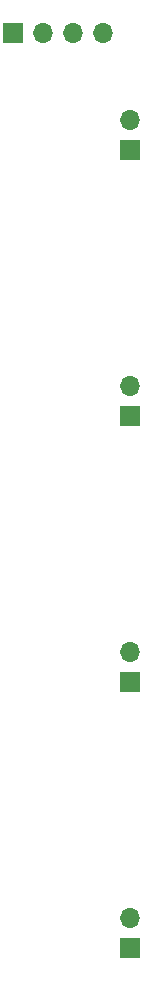
<source format=gbr>
%TF.GenerationSoftware,KiCad,Pcbnew,8.0.1*%
%TF.CreationDate,2025-01-22T20:34:06-07:00*%
%TF.ProjectId,VibrationBand,56696272-6174-4696-9f6e-42616e642e6b,rev?*%
%TF.SameCoordinates,Original*%
%TF.FileFunction,Soldermask,Bot*%
%TF.FilePolarity,Negative*%
%FSLAX46Y46*%
G04 Gerber Fmt 4.6, Leading zero omitted, Abs format (unit mm)*
G04 Created by KiCad (PCBNEW 8.0.1) date 2025-01-22 20:34:06*
%MOMM*%
%LPD*%
G01*
G04 APERTURE LIST*
%ADD10R,1.700000X1.700000*%
%ADD11O,1.700000X1.700000*%
G04 APERTURE END LIST*
D10*
%TO.C,J6*%
X119000000Y-127500000D03*
D11*
X119000000Y-124960000D03*
%TD*%
D10*
%TO.C,J7*%
X109170000Y-50090000D03*
D11*
X111710000Y-50090000D03*
X114250000Y-50090000D03*
X116790000Y-50090000D03*
%TD*%
D10*
%TO.C,J5*%
X119000000Y-105000000D03*
D11*
X119000000Y-102460000D03*
%TD*%
D10*
%TO.C,J2*%
X119000000Y-60000000D03*
D11*
X119000000Y-57460000D03*
%TD*%
D10*
%TO.C,J4*%
X119000000Y-82500000D03*
D11*
X119000000Y-79960000D03*
%TD*%
M02*

</source>
